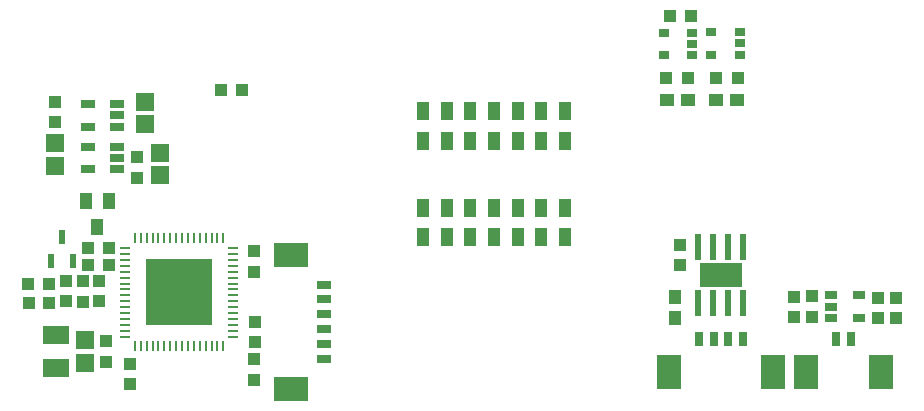
<source format=gtp>
%FSLAX25Y25*%
%MOIN*%
G70*
G01*
G75*
G04 Layer_Color=8421504*
%ADD10R,0.04134X0.04252*%
%ADD11R,0.03543X0.02559*%
%ADD12R,0.04331X0.03937*%
%ADD13R,0.04331X0.02559*%
%ADD14R,0.04252X0.04134*%
%ADD15R,0.02362X0.08661*%
%ADD16R,0.14173X0.07874*%
%ADD17R,0.04331X0.04724*%
%ADD18R,0.03937X0.04331*%
%ADD19R,0.05118X0.02756*%
%ADD20R,0.06299X0.05906*%
%ADD21R,0.22047X0.22047*%
%ADD22O,0.03347X0.00984*%
%ADD23O,0.00984X0.03347*%
%ADD24R,0.04331X0.04331*%
%ADD25R,0.03937X0.05512*%
%ADD26R,0.08268X0.11811*%
%ADD27R,0.03150X0.05118*%
%ADD28R,0.03937X0.05906*%
%ADD29R,0.11811X0.08268*%
%ADD30R,0.05118X0.03150*%
%ADD31R,0.08661X0.06299*%
%ADD32R,0.04724X0.04331*%
%ADD33R,0.02362X0.05118*%
%ADD34C,0.01575*%
%ADD35C,0.01000*%
%ADD36C,0.00787*%
%ADD37C,0.00984*%
%ADD38C,0.02362*%
%ADD39R,0.03937X0.11909*%
%ADD40R,0.11811X0.65551*%
%ADD41R,0.11811X0.38681*%
%ADD42R,0.12008X0.30610*%
%ADD43R,0.11811X0.77953*%
%ADD44R,0.23622X0.38976*%
%ADD45R,0.08268X0.07480*%
%ADD46R,0.36614X0.19685*%
%ADD47R,0.07874X0.07480*%
%ADD48R,0.73622X0.06693*%
%ADD49R,0.10236X0.07480*%
%ADD50R,0.09843X0.07480*%
%ADD51R,0.41142X0.19685*%
%ADD52R,0.40650X0.19685*%
%ADD53R,1.22933X0.19685*%
%ADD54R,0.15748X0.59744*%
%ADD55O,0.39370X0.19685*%
%ADD56C,0.23622*%
%ADD57C,0.15748*%
%ADD58C,0.02598*%
%ADD59C,0.03150*%
%ADD60C,0.03937*%
%ADD61C,0.04724*%
%ADD62C,0.04000*%
%ADD63O,0.29528X0.05906*%
%ADD64C,0.14567*%
%ADD65C,0.10630*%
%ADD66C,0.03268*%
%ADD67C,0.03150*%
%ADD68C,0.03937*%
%ADD69C,0.03150*%
%ADD70C,0.03937*%
%ADD71R,0.02362X0.03937*%
%ADD72R,0.14173X0.07972*%
%ADD73R,0.22835X0.22835*%
%ADD74R,0.12992X0.20177*%
%ADD75C,0.39370*%
D10*
X153051Y52756D02*
D03*
X146161D02*
D03*
X-67717Y-36811D02*
D03*
X-60827D02*
D03*
X-40846Y-30512D02*
D03*
X-47736D02*
D03*
X-3445Y27854D02*
D03*
X3445D02*
D03*
D11*
X144193Y39665D02*
D03*
Y47146D02*
D03*
X153642D02*
D03*
Y43406D02*
D03*
Y39665D02*
D03*
X160039Y39764D02*
D03*
Y47244D02*
D03*
X169488D02*
D03*
Y43504D02*
D03*
Y39764D02*
D03*
D12*
X221457Y-41338D02*
D03*
Y-48031D02*
D03*
X215551Y-48032D02*
D03*
Y-41339D02*
D03*
X187598Y-47638D02*
D03*
Y-40945D02*
D03*
X149409Y-30316D02*
D03*
Y-23622D02*
D03*
X7776Y-55906D02*
D03*
Y-49213D02*
D03*
X-33760Y-63385D02*
D03*
Y-70078D02*
D03*
X-55020Y-35728D02*
D03*
Y-42421D02*
D03*
X-44193Y-42422D02*
D03*
Y-35729D02*
D03*
X-58858Y17322D02*
D03*
Y24015D02*
D03*
D13*
X209252Y-40453D02*
D03*
Y-47933D02*
D03*
X199803D02*
D03*
Y-44193D02*
D03*
Y-40453D02*
D03*
D14*
X193504Y-47638D02*
D03*
Y-40748D02*
D03*
X7579Y-32677D02*
D03*
Y-25787D02*
D03*
X7677Y-61712D02*
D03*
Y-68603D02*
D03*
X-41929Y-55709D02*
D03*
Y-62599D02*
D03*
X-49410Y-35630D02*
D03*
Y-42520D02*
D03*
X-31299Y-1280D02*
D03*
Y5610D02*
D03*
D15*
X170689Y-24213D02*
D03*
X165689D02*
D03*
X160689D02*
D03*
X155689D02*
D03*
X170689Y-43110D02*
D03*
X165689D02*
D03*
X160689D02*
D03*
X155689D02*
D03*
D16*
X163189Y-33661D02*
D03*
D17*
X147835Y-40846D02*
D03*
Y-47933D02*
D03*
D18*
X-67520Y-43110D02*
D03*
X-60827D02*
D03*
X-47638Y-24606D02*
D03*
X-40945D02*
D03*
D19*
X-47736Y1575D02*
D03*
Y9055D02*
D03*
X-38287D02*
D03*
Y5315D02*
D03*
Y1575D02*
D03*
X-47736Y15748D02*
D03*
Y23228D02*
D03*
X-38287D02*
D03*
Y19488D02*
D03*
Y15748D02*
D03*
D20*
X-28839Y24016D02*
D03*
Y16535D02*
D03*
X-23819Y7087D02*
D03*
Y-394D02*
D03*
X-58858Y10236D02*
D03*
Y2756D02*
D03*
X-48622Y-55414D02*
D03*
Y-62894D02*
D03*
D21*
X-17421Y-39469D02*
D03*
D22*
X-35433Y-54232D02*
D03*
Y-52264D02*
D03*
Y-50295D02*
D03*
Y-48327D02*
D03*
Y-46358D02*
D03*
Y-44390D02*
D03*
Y-42421D02*
D03*
Y-40453D02*
D03*
Y-38484D02*
D03*
Y-36516D02*
D03*
Y-34547D02*
D03*
Y-32579D02*
D03*
Y-30610D02*
D03*
Y-28642D02*
D03*
Y-26673D02*
D03*
Y-24705D02*
D03*
X591D02*
D03*
Y-26673D02*
D03*
Y-28642D02*
D03*
Y-30610D02*
D03*
Y-32579D02*
D03*
Y-34547D02*
D03*
Y-36516D02*
D03*
Y-38484D02*
D03*
Y-40453D02*
D03*
Y-42421D02*
D03*
Y-44390D02*
D03*
Y-46358D02*
D03*
Y-48327D02*
D03*
Y-50295D02*
D03*
Y-52264D02*
D03*
Y-54232D02*
D03*
D23*
X-32185Y-21457D02*
D03*
X-30217D02*
D03*
X-28248D02*
D03*
X-26280D02*
D03*
X-24311D02*
D03*
X-22343D02*
D03*
X-20374D02*
D03*
X-18406D02*
D03*
X-16437D02*
D03*
X-14469D02*
D03*
X-12500D02*
D03*
X-10531D02*
D03*
X-8563D02*
D03*
X-6594D02*
D03*
X-4626D02*
D03*
X-2657D02*
D03*
Y-57480D02*
D03*
X-4626D02*
D03*
X-6594D02*
D03*
X-8563D02*
D03*
X-10531D02*
D03*
X-12500D02*
D03*
X-14469D02*
D03*
X-16437D02*
D03*
X-18406D02*
D03*
X-20374D02*
D03*
X-22343D02*
D03*
X-24311D02*
D03*
X-26280D02*
D03*
X-28248D02*
D03*
X-30217D02*
D03*
X-32185D02*
D03*
D24*
X152362Y32087D02*
D03*
X144882D02*
D03*
X168897D02*
D03*
X161417D02*
D03*
D25*
X-40945Y-8858D02*
D03*
X-48425D02*
D03*
X-44685Y-17520D02*
D03*
D26*
X216689Y-66094D02*
D03*
X191689D02*
D03*
X145823D02*
D03*
X180665D02*
D03*
D27*
X206594Y-54921D02*
D03*
X201673D02*
D03*
X155807D02*
D03*
X160728D02*
D03*
X165650D02*
D03*
X170571D02*
D03*
D28*
X111205Y20846D02*
D03*
Y11004D02*
D03*
X103331Y20846D02*
D03*
Y11004D02*
D03*
X95457Y20846D02*
D03*
Y11004D02*
D03*
X87583Y20846D02*
D03*
Y11004D02*
D03*
X79709Y20846D02*
D03*
Y11004D02*
D03*
X71835Y20846D02*
D03*
Y11004D02*
D03*
X63961Y20846D02*
D03*
Y11004D02*
D03*
X63961Y-21154D02*
D03*
Y-11311D02*
D03*
X71835Y-21154D02*
D03*
Y-11311D02*
D03*
X79709Y-21154D02*
D03*
Y-11311D02*
D03*
X87583Y-21154D02*
D03*
Y-11311D02*
D03*
X95457Y-21154D02*
D03*
Y-11311D02*
D03*
X103331Y-21154D02*
D03*
Y-11311D02*
D03*
X111205Y-21154D02*
D03*
Y-11311D02*
D03*
D29*
X19732Y-71610D02*
D03*
Y-26925D02*
D03*
D30*
X30906Y-61516D02*
D03*
Y-56595D02*
D03*
Y-36909D02*
D03*
Y-41831D02*
D03*
Y-46752D02*
D03*
Y-51673D02*
D03*
D31*
X-58465Y-64666D02*
D03*
Y-53642D02*
D03*
D32*
X161614Y24606D02*
D03*
X168701D02*
D03*
X145079D02*
D03*
X152165D02*
D03*
D33*
X-60236Y-29134D02*
D03*
X-52756D02*
D03*
X-56496Y-20866D02*
D03*
M02*

</source>
